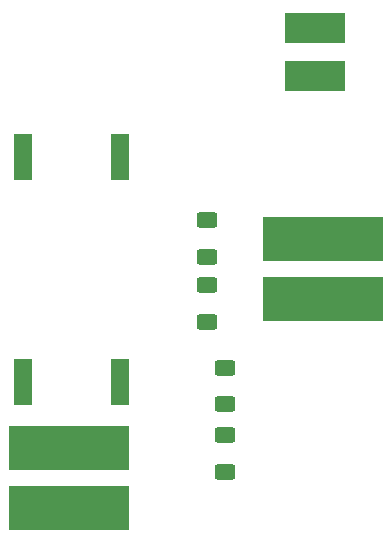
<source format=gbr>
%TF.GenerationSoftware,KiCad,Pcbnew,(6.0.6-0)*%
%TF.CreationDate,2025-06-22T16:04:58+02:00*%
%TF.ProjectId,meteo,6d657465-6f2e-46b6-9963-61645f706362,rev?*%
%TF.SameCoordinates,Original*%
%TF.FileFunction,Paste,Top*%
%TF.FilePolarity,Positive*%
%FSLAX46Y46*%
G04 Gerber Fmt 4.6, Leading zero omitted, Abs format (unit mm)*
G04 Created by KiCad (PCBNEW (6.0.6-0)) date 2025-06-22 16:04:58*
%MOMM*%
%LPD*%
G01*
G04 APERTURE LIST*
G04 Aperture macros list*
%AMRoundRect*
0 Rectangle with rounded corners*
0 $1 Rounding radius*
0 $2 $3 $4 $5 $6 $7 $8 $9 X,Y pos of 4 corners*
0 Add a 4 corners polygon primitive as box body*
4,1,4,$2,$3,$4,$5,$6,$7,$8,$9,$2,$3,0*
0 Add four circle primitives for the rounded corners*
1,1,$1+$1,$2,$3*
1,1,$1+$1,$4,$5*
1,1,$1+$1,$6,$7*
1,1,$1+$1,$8,$9*
0 Add four rect primitives between the rounded corners*
20,1,$1+$1,$2,$3,$4,$5,0*
20,1,$1+$1,$4,$5,$6,$7,0*
20,1,$1+$1,$6,$7,$8,$9,0*
20,1,$1+$1,$8,$9,$2,$3,0*%
G04 Aperture macros list end*
%ADD10RoundRect,0.250000X0.625000X-0.400000X0.625000X0.400000X-0.625000X0.400000X-0.625000X-0.400000X0*%
%ADD11R,10.160000X3.810000*%
%ADD12RoundRect,0.250000X-0.625000X0.400000X-0.625000X-0.400000X0.625000X-0.400000X0.625000X0.400000X0*%
%ADD13R,1.500000X4.000000*%
%ADD14R,5.080000X2.540000*%
G04 APERTURE END LIST*
D10*
%TO.C,R1*%
X215900000Y-76226000D03*
X215900000Y-73126000D03*
%TD*%
D11*
%TO.C,J3*%
X202692000Y-79248000D03*
X202692000Y-74168000D03*
%TD*%
D12*
%TO.C,R3*%
X214376000Y-54939000D03*
X214376000Y-58039000D03*
%TD*%
D11*
%TO.C,J4*%
X224155000Y-56515000D03*
X224155000Y-61595000D03*
%TD*%
D10*
%TO.C,R2*%
X215900000Y-70511000D03*
X215900000Y-67411000D03*
%TD*%
D13*
%TO.C,J1*%
X207010000Y-68580000D03*
X198755000Y-68580000D03*
X207010000Y-49530000D03*
X198755000Y-49530000D03*
%TD*%
D14*
%TO.C,J5*%
X223520000Y-42672000D03*
X223520000Y-38608000D03*
%TD*%
D12*
%TO.C,R4*%
X214376000Y-60400000D03*
X214376000Y-63500000D03*
%TD*%
M02*

</source>
